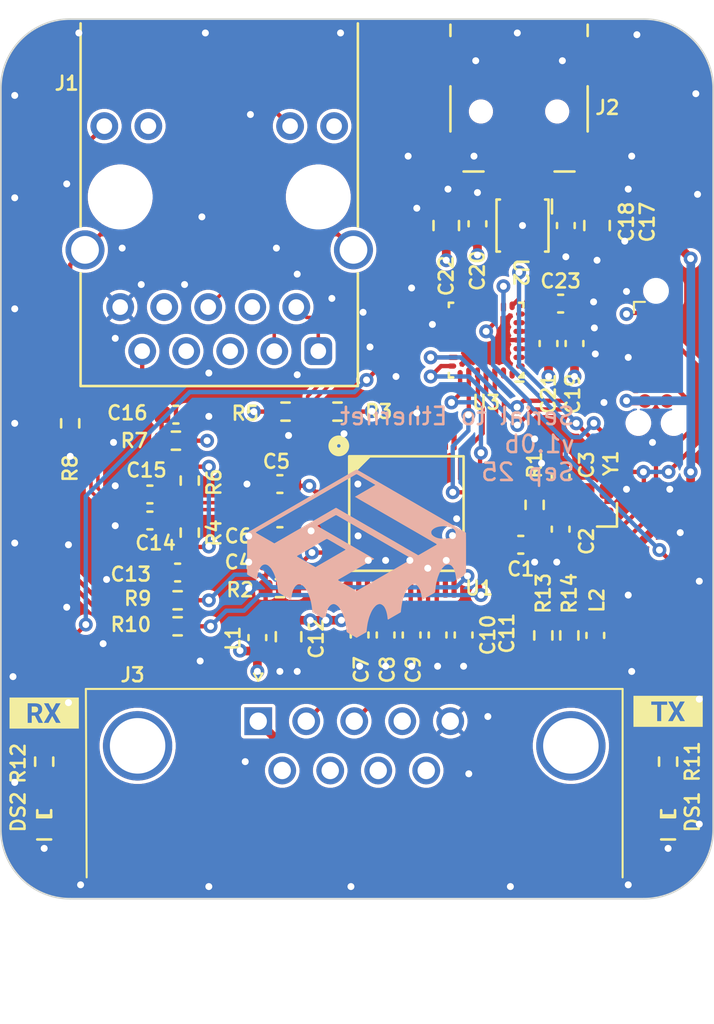
<source format=kicad_pcb>
(kicad_pcb (version 20241229) (generator "pcbnew") (generator_version "9.0")
  (title_block (title "${LAYER_NAME}") (date "2025-09-13") (rev "v1.0b") (company "TL Embedded Ltd"))
  (layers (0 "F.Cu" signal) (4 "In1.Cu" signal) (6 "In2.Cu" signal) (2 "B.Cu" signal) (13 "F.Paste" user) (15 "B.Paste" user) (5 "F.SilkS" user "F.Silkscreen") (7 "B.SilkS" user "B.Silkscreen") (1 "F.Mask" user) (3 "B.Mask" user) (25 "Edge.Cuts" user))
  (property "LAYER_NAME" "")
  (net 0 "")
  (net 1 "+3V3")
  (net 2 "GND")
  (net 3 "Net-(U1-XI{slash}CLKIN)")
  (net 4 "Net-(U1-XO)")
  (net 5 "+3V3A")
  (net 6 "Net-(U1-TOCAP)")
  (net 7 "Net-(U1-1V2O)")
  (net 8 "Net-(C13-Pad1)")
  (net 9 "+5V")
  (net 10 "/Host/NRST")
  (net 11 "Net-(J1-VCC)")
  (net 12 "Net-(DS1-A)")
  (net 13 "Net-(DS2-A)")
  (net 14 "Net-(J1-Shield)")
  (net 17 "/Ethernet/RXA_P")
  (net 18 "Net-(J1-Pad12)")
  (net 19 "Net-(J1-Pad14)")
  (net 24 "Net-(J3-Pad1)")
  (net 25 "Net-(J3-Pad2)")
  (net 26 "Net-(J3-Pad3)")
  (net 32 "/Host/SWDIO")
  (net 33 "/Host/SWCLK")
  (net 35 "/Host/UART_RX")
  (net 37 "/Host/UART_TX")
  (net 39 "/Ethernet/ACTLED")
  (net 40 "/Ethernet/LINKLED")
  (net 41 "/Host/LED_TX")
  (net 42 "/Host/LED_RX")
  (net 43 "Net-(U1-EXRES1)")
  (net 49 "/Ethernet/CS")
  (net 50 "/Ethernet/SCLK")
  (net 51 "/Ethernet/MISO")
  (net 52 "/Ethernet/MOSI")
  (net 53 "/Ethernet/INT")
  (net 54 "/Ethernet/RST")
  (net 78 "/Ethernet/RXB_P")
  (net 82 "/Ethernet/RXA_N")
  (net 83 "/Ethernet/RXB_N")
  (net 84 "/Ethernet/TXA_P")
  (net 85 "/Ethernet/TXA_N")
  (footprint "DS_LED:DS_0603" (layer "F.Cu") (at 88.5 95.8 90)
    (property "Reference" "DS1")
    (property "Value" "LED,YEL" (hide yes))
  )
  (footprint "kibuzzard-63E498DB" (layer "F.Cu") (at 88.5 89.9)
    (property "Reference" "kibuzzard-63E498DB" (hide yes))
    (property "Value" "G***" (hide yes))
  )
  (footprint "C_Capacitor:C_0603" (layer "F.Cu") (at 60.2 81.9 180)
    (property "Reference" "C13")
    (property "Value" "100n" (hide yes))
  )
  (footprint "R_Resistor:R_0603" (layer "F.Cu") (at 69.425 72.625 180)
    (property "Reference" "R3")
    (property "Value" "49R9" (hide yes))
  )
  (footprint "C_Capacitor:C_0603" (layer "F.Cu") (at 77.5 61.8 90)
    (property "Reference" "C20")
    (property "Value" "100n" (hide yes))
  )
  (footprint "C_Capacitor:C_0603" (layer "F.Cu") (at 75.2 85.5 -90)
    (property "Reference" "C10")
    (property "Value" "100n" (hide yes))
  )
  (footprint "C_Capacitor:C_0603" (layer "F.Cu") (at 72.2 85.5 -90)
    (property "Reference" "C8")
    (property "Value" "100n" (hide yes))
  )
  (footprint "R_Resistor:R_0603" (layer "F.Cu") (at 60.2 83.5 180)
    (property "Reference" "R9")
    (property "Value" "330R" (hide yes))
  )
  (footprint "R_Resistor:R_0603" (layer "F.Cu") (at 60.9 79.6 -90)
    (property "Reference" "R4")
    (property "Value" "49R9" (hide yes))
  )
  (footprint "C_Capacitor:C_0603" (layer "F.Cu") (at 66.1 76.8 180)
    (property "Reference" "C5")
    (property "Value" "100n" (hide yes))
  )
  (footprint "J_Connector:7499210121A" (layer "F.Cu") (at 62.6 60.25)
    (property "Reference" "J1")
    (property "Value" "7499111121A" (hide yes))
  )
  (footprint "R_Resistor:R_0603" (layer "F.Cu") (at 88.5 92.8 -90)
    (property "Reference" "R11")
    (property "Value" "330R" (hide yes))
  )
  (footprint "R_Resistor:R_0603" (layer "F.Cu") (at 66.1 82.8 180)
    (property "Reference" "R2")
    (property "Value" "12K4,1%" (hide yes))
  )
  (footprint "R_Resistor:R_0603" (layer "F.Cu") (at 80.8 78 90)
    (property "Reference" "R1")
    (property "Value" "1M" (hide yes))
  )
  (footprint "U_IC:LGA8_3x3_EP_MPM" (layer "F.Cu") (at 80.1 61.9 -90)
    (property "Reference" "U2")
    (property "Value" "MPM3612-33" (hide yes))
  )
  (footprint "C_Capacitor:C_0603" (layer "F.Cu") (at 76.7 85.5 -90)
    (property "Reference" "C11")
    (property "Value" "10n" (hide yes))
  )
  (footprint "C_Capacitor:C_0603" (layer "F.Cu") (at 82.3 66.4)
    (property "Reference" "C23")
    (property "Value" "100n" (hide yes))
  )
  (footprint "Connector_Dsub:DSUB-9_Male_Horizontal_P2.77x2.84mm_EdgePinOffset7.70mm_Housed_MountingHolesOffset9.12mm" (layer "F.Cu") (at 64.85 90.469669)
    (property "Reference" "J3")
    (property "Value" "D09P33E4GX00LF" (hide yes))
  )
  (footprint "C_Capacitor:C_0603" (layer "F.Cu") (at 82.3 79.4 90)
    (property "Reference" "C2")
    (property "Value" "18p" (hide yes))
  )
  (footprint "R_Resistor:R_0603" (layer "F.Cu") (at 60.1 74.3 180)
    (property "Reference" "R7")
    (property "Value" "10R" (hide yes))
  )
  (footprint "C_Capacitor:C_0603" (layer "F.Cu") (at 80 80.3)
    (property "Reference" "C1")
    (property "Value" "100n" (hide yes))
  )
  (footprint "C_Capacitor:C_0805" (layer "F.Cu") (at 75.7 61.9 90)
    (property "Reference" "C22")
    (property "Value" "10u" (hide yes))
  )
  (footprint "R_Resistor:R_0603" (layer "F.Cu") (at 54 73.3 -90)
    (property "Reference" "R8")
    (property "Value" "1M" (hide yes))
  )
  (footprint "Y_Oscillator:Crystal_SMD4_2.0x1.6" (layer "F.Cu") (at 84.4 77.9 90)
    (property "Reference" "Y1")
    (property "Value" "ECS-250-10-37B-CTN-TR" (hide yes))
  )
  (footprint "C_Capacitor:C_0805" (layer "F.Cu") (at 66.6 85.6 -90)
    (property "Reference" "C12")
    (property "Value" "10u" (hide yes))
  )
  (footprint "J_Connector:USB_Mini_SMD_Horizontal" (layer "F.Cu") (at 79.9 55.325 180)
    (property "Reference" "J2")
    (property "Value" "UJ2-MBH-1-SMT-TR" (hide yes))
  )
  (footprint "L_Inductor:FB_0603" (layer "F.Cu") (at 64.8 85.65 90)
    (property "Reference" "L1")
    (property "Value" "600R" (hide yes))
  )
  (footprint "DS_LED:DS_0603" (layer "F.Cu") (at 52.5 95.8 90)
    (property "Reference" "DS2")
    (property "Value" "LED,GRN" (hide yes))
  )
  (footprint "C_Capacitor:C_0603" (layer "F.Cu") (at 58.6 77.4 180)
    (property "Reference" "C15")
    (property "Value" "6n8" (hide yes))
  )
  (footprint "C_Capacitor:C_0603" (layer "F.Cu") (at 83.1 68.7 90)
    (property "Reference" "C19")
    (property "Value" "4u7" (hide yes))
  )
  (footprint "C_Capacitor:C_0603" (layer "F.Cu") (at 58.6 78.9 180)
    (property "Reference" "C14")
    (property "Value" "6n8" (hide yes))
  )
  (footprint "C_Capacitor:C_0603" (layer "F.Cu") (at 60.1 72.8)
    (property "Reference" "C16")
    (property "Value" "100n" (hide yes))
  )
  (footprint "R_Resistor:R_0603" (layer "F.Cu") (at 81.3 85.525 90)
    (property "Reference" "R13")
    (property "Value" "330R" (hide yes))
  )
  (footprint "C_Capacitor:C_0603" (layer "F.Cu") (at 81.6 68.7 90)
    (property "Reference" "C21")
    (property "Value" "100n" (hide yes))
  )
  (footprint "C_Capacitor:C_0603" (layer "F.Cu") (at 66.1 79.8 180)
    (property "Reference" "C6")
    (property "Value" "100n" (hide yes))
  )
  (footprint "C_Capacitor:C_0603" (layer "F.Cu") (at 73.7 85.5 -90)
    (property "Reference" "C9")
    (property "Value" "4u7" (hide yes))
  )
  (footprint "C_Capacitor:C_0603" (layer "F.Cu") (at 66.1 81.3 180)
    (property "Reference" "C4")
    (property "Value" "100n" (hide yes))
  )
  (footprint "R_Resistor:R_0603" (layer "F.Cu") (at 60.2 85)
    (property "Reference" "R10")
    (property "Value" "330R" (hide yes))
  )
  (footprint "L_Inductor:FB_0603" (layer "F.Cu") (at 84.3 85.525 90)
    (property "Reference" "L2")
    (property "Value" "600R" (hide yes))
  )
  (footprint "U_IC:QFN28_05_4x4" (layer "F.Cu") (at 78 68.5 180)
    (property "Reference" "U3")
    (property "Value" "STM32G061GxUx" (hide yes))
  )
  (footprint "C_Capacitor:C_0603" (layer "F.Cu") (at 82.3 76.4 90)
    (property "Reference" "C3")
    (property "Value" "18p" (hide yes))
  )
  (footprint "C_Capacitor:C_0603" (layer "F.Cu") (at 70.7 85.5 -90)
    (property "Reference" "C7")
    (property "Value" "100n" (hide yes))
  )
  (footprint "R_Resistor:R_0603" (layer "F.Cu") (at 52.5 92.8 -90)
    (property "Reference" "R12")
    (property "Value" "330R" (hide yes))
  )
  (footprint "R_Resistor:R_0603" (layer "F.Cu") (at 66.425 72.625)
    (property "Reference" "R5")
    (property "Value" "49R9" (hide yes))
  )
  (footprint "N_NonPart:TagConnect_TC2050_NL" (layer "F.Cu") (at 87.8 69.475 -90)
    (property "Reference" "N1" (hide yes))
    (property "Value" "TC2050_NL_SWD_UART" (hide yes))
  )
  (footprint "R_Resistor:R_0603" (layer "F.Cu") (at 82.8 85.525 90)
    (property "Reference" "R14")
    (property "Value" "330R" (hide yes))
  )
  (footprint "U_IC:LQFP48_05_7x7" (layer "F.Cu") (at 73.4 78.5)
    (property "Reference" "U1")
    (property "Value" "W5500" (hide yes))
  )
  (footprint "R_Resistor:R_0603" (layer "F.Cu") (at 60.9 76.6 90)
    (property "Reference" "R6")
    (property "Value" "49R9" (hide yes))
  )
  (footprint "C_Capacitor:C_0805" (layer "F.Cu") (at 84.4 61.9 -90)
    (property "Reference" "C17")
    (property "Value" "10u" (hide yes))
  )
  (footprint "C_Capacitor:C_0603" (layer "F.Cu") (at 82.6 61.9 -90)
    (property "Reference" "C18")
    (property "Value" "100n" (hide yes))
  )
  (footprint "kibuzzard-63E498D1" (layer "F.Cu") (at 52.5 90)
    (property "Reference" "kibuzzard-63E498D1" (hide yes))
    (property "Value" "G***" (hide yes))
  )
  (footprint "N_NonPart:TL_Embedded_10mm" (layer "B.Cu") (at 70.5 80.8 180)
    (property "Reference" "~" (hide yes))
    (property "Value" "TL_Embedded" (hide yes))
  )
  (gr_arc (start 50 54) (mid 51.171573 51.171573) (end 54 50) (stroke (width 0.1)) (layer "Edge.Cuts"))
  (gr_line (start 54 50) (end 87.1 50) (stroke (width 0.1)) (layer "Edge.Cuts"))
  (gr_line (start 91.1 54) (end 91.1 96.7) (stroke (width 0.1)) (layer "Edge.Cuts"))
  (gr_arc (start 54 100.7) (mid 51.171573 99.528427) (end 50 96.7) (stroke (width 0.1)) (layer "Edge.Cuts"))
  (gr_arc (start 91.1 96.7) (mid 89.928427 99.528427) (end 87.1 100.7) (stroke (width 0.1)) (layer "Edge.Cuts"))
  (gr_line (start 87.1 100.7) (end 54 100.7) (stroke (width 0.1)) (layer "Edge.Cuts"))
  (gr_arc (start 87.1 50) (mid 89.928427 51.171573) (end 91.1 54) (stroke (width 0.1)) (layer "Edge.Cuts"))
  (gr_line (start 50 96.7) (end 50 54) (stroke (width 0.1)) (layer "Edge.Cuts"))
  (gr_text "Serial to Ethernet\nv1.0b\nSep 25" (at 83.2 74.5 0) (layer "B.SilkS") (effects (font (size 1 1)) (justify left mirror)))
  (segment (start 78.675 79.75) (end 79.225 80.3) (width 0.25) (layer "F.Cu") (net 1))
  (segment (start 77.5 62.575) (end 77.5 63.6) (width 0.5) (layer "F.Cu") (net 1))
  (segment (start 79.9 69) (end 81.125 69) (width 0.25) (layer "F.Cu") (net 1))
  (segment (start 77.65 79.75) (end 78.675 79.75) (width 0.25) (layer "F.Cu") (net 1))
  (segment (start 81.125 69) (end 81.6 69.475) (width 0.25) (layer "F.Cu") (net 1))
  (segment (start 83.1 69.475) (end 83.1 70.6) (width 0.5) (layer "F.Cu") (net 1))
  (segment (start 75.7 62.85) (end 77.225 62.85) (width 0.5) (layer "F.Cu") (net 1))
  (segment (start 77.225 62.85) (end 77.5 62.575) (width 0.25) (layer "F.Cu") (net 1))
  (segment (start 78.990317 60.7875) (end 78.5 61.277817) (width 0.25) (layer "F.Cu") (net 1))
  (segment (start 86.165 66.935) (end 86.1 67) (width 0.25) (layer "F.Cu") (net 1))
  (segment (start 75.7 62.85) (end 75.7 63.9) (width 0.5) (layer "F.Cu") (net 1))
  (segment (start 79.125 60.7875) (end 78.990317 60.7875) (width 0.25) (layer "F.Cu") (net 1))
  (segment (start 78.5 61.277817) (end 78.5 62.6) (width 0.25) (layer "F.Cu") (net 1))
  (segment (start 64.8 86.425) (end 64.8 87.6) (width 0.5) (layer "F.Cu") (net 1))
  (segment (start 76.057585 79.769659) (end 76.077244 79.75) (width 0.25) (layer "F.Cu") (net 1))
  (segment (start 78.475 62.575) (end 78.9125 63.0125) (width 0.25) (layer "F.Cu") (net 1))
  (segment (start 81.6 69.475) (end 83.1 69.475) (width 0.5) (layer "F.Cu") (net 1))
  (segment (start 79.775 63.0125) (end 79.125 63.0125) (width 0.25) (layer "F.Cu") (net 1))
  (segment (start 77.5 62.575) (end 78.475 62.575) (width 0.5) (layer "F.Cu") (net 1))
  (segment (start 64.8 86.425) (end 63.825 86.425) (width 0.5) (layer "F.Cu") (net 1))
  (segment (start 76.077244 79.75) (end 77.65 79.75) (width 0.25) (layer "F.Cu") (net 1))
  (segment (start 81.6 69.475) (end 81.6 70.6) (width 0.5) (layer "F.Cu") (net 1))
  (segment (start 78.9125 63.0125) (end 79.125 63.0125) (width 0.25) (layer "F.Cu") (net 1))
  (segment (start 63.825 86.425) (end 63.8 86.4) (width 0.5) (layer "F.Cu") (net 1))
  (segment (start 87.165 66.935) (end 86.165 66.935) (width 0.25) (layer "F.Cu") (net 1))
  (via (at 64.8 87.6) (size 0.8) (drill 0.4) (layers "F.Cu" "B.Cu") (net 1))
  (via (at 63.8 86.4) (size 0.8) (drill 0.4) (layers "F.Cu" "B.Cu") (net 1))
  (via (at 86.1 67) (size 0.8) (drill 0.4) (layers "F.Cu" "B.Cu") (net 1))
  (via (at 76.057585 79.769659) (size 0.8) (drill 0.4) (layers "F.Cu" "B.Cu") (net 1))
  (via (at 81.6 70.6) (size 0.8) (drill 0.4) (layers "F.Cu" "B.Cu") (net 1))
  (via (at 75.7 63.9) (size 0.8) (drill 0.4) (layers "F.Cu" "B.Cu") (net 1))
  (via (at 77.5 63.6) (size 0.8) (drill 0.4) (layers "F.Cu" "B.Cu") (net 1))
  (via (at 83.1 70.6) (size 0.8) (drill 0.4) (layers "F.Cu" "B.Cu") (net 1))
  (segment (start 79.775 61.575) (end 80.1 61.9) (width 0.25) (layer "F.Cu") (net 2))
  (segment (start 79.775 60.7875) (end 79.775 61.575) (width 0.25) (layer "F.Cu") (net 2))
  (via (at 70.7 87.3) (size 0.8) (drill 0.4) (layers "F.Cu" "B.Cu") (net 2))
  (via (at 56.5 74.4) (size 0.8) (drill 0.4) (layers "F.Cu" "B.Cu") (net 2))
  (via (at 80.8 81.3) (size 0.8) (drill 0.4) (layers "F.Cu" "B.Cu") (net 2))
  (via (at 56.6 79.2) (size 0.8) (drill 0.4) (layers "F.Cu" "B.Cu") (net 2))
  (via (at 53.9 80.3) (size 0.8) (drill 0.4) (layers "F.Cu" "B.Cu") (net 2))
  (via (at 54.6 99.9) (size 0.8) (drill 0.4) (layers "F.Cu" "B.Cu") (net 2))
  (via (at 77.4 52.4) (size 0.8) (drill 0.4) (layers "F.Cu" "B.Cu") (net 2))
  (via (at 89.2 79.6) (size 0.8) (drill 0.4) (layers "F.Cu" "B.Cu") (net 2))
  (via (at 76.7 87.3) (size 0.8) (drill 0.4) (layers "F.Cu" "B.Cu") (net 2))
  (via (at 50.8 94) (size 0.8) (drill 0.4) (layers "F.Cu" "B.Cu") (net 2))
  (via (at 50.8 73.3) (size 0.8) (drill 0.4) (layers "F.Cu" "B.Cu") (net 2))
  (via (at 77.5 60) (size 0.8) (drill 0.4) (layers "F.Cu" "B.Cu") (net 2))
  (via (at 86.2 83.2) (size 0.8) (drill 0.4) (layers "F.Cu" "B.Cu") (net 2))
  (via (at 50.8 66.7) (size 0.8) (drill 0.4) (layers "F.Cu" "B.Cu") (net 2))
  (via (at 70.612299 79.787701) (size 0.8) (drill 0.4) (layers "F.Cu" "B.Cu") (net 2))
  (via (at 77 93.5) (size 0.8) (drill 0.4) (layers "F.Cu" "B.Cu") (net 2))
  (via (at 88.5 97.8) (size 0.8) (drill 0.4) (layers "F.Cu" "B.Cu") (net 2))
  (via (at 65.9 63.2) (size 0.8) (drill 0.4) (layers "F.Cu" "B.Cu") (net 2))
  (via (at 86.7 50.9) (size 0.8) (drill 0.4) (layers "F.Cu" "B.Cu") (net 2))
  (via (at 76.3 78.8) (size 0.8) (drill 0.4) (layers "F.Cu" "B.Cu") (net 2))
  (via (at 80.1 61.9) (size 0.8) (drill 0.4) (layers "F.Cu" "B.Cu") (net 2))
  (via (at 84.4 63.9) (size 0.8) (drill 0.4) (layers "F.Cu" "B.Cu") (net 2))
  (via (at 90.1 54.3) (size 0.8) (drill 0.4) (layers "F.Cu" "B.Cu") (net 2))
  (via (at 61.6 61.4) (size 0.8) (drill 0.4) (layers "F.Cu" "B.Cu") (net 2))
  (via (at 72.8 70.6) (size 0.8) (drill 0.4) (layers "F.Cu" "B.Cu") (net 2))
  (via (at 50.7 87.9) (size 0.8) (drill 0.4) (layers "F.Cu" "B.Cu") (net 2))
  (via (at 56.1 82.3) (size 0.8) (drill 0.4) (layers "F.Cu" "B.Cu") (net 2))
  (via (at 90.2 60.1) (size 0.8) (drill 0.4) (layers "F.Cu" "B.Cu") (net 2))
  (via (at 78.1 90.2) (size 0.8) (drill 0.4) (layers "F.Cu" "B.Cu") (net 2))
  (via (at 70.9 66.9) (size 0.8) (drill 0.4) (layers "F.Cu" "B.Cu") (net 2))
  (via (at 84.3 69.3) (size 0.8) (drill 0.4) (layers "F.Cu" "B.Cu") (net 2))
  (via (at 54 75.2) (size 0.8) (drill 0.4) (layers "F.Cu" "B.Cu") (net 2))
  (via (at 73.6 81.2) (size 0.8) (drill 0.4) (layers "F.Cu" "B.Cu") (net 2))
  (via (at 84.2 66.3) (size 0.8) (drill 0.4) (layers "F.Cu" "B.Cu") (net 2))
  (via (at 64.3 82.8) (size 0.8) (drill 0.4) (layers "F.Cu" "B.Cu") (net 2))
  (via (at 86 62.8) (size 0.8) (drill 0.4) (layers "F.Cu" "B.Cu") (net 2))
  (via (at 73.7 87.3) (size 0.8) (drill 0.4) (layers "F.Cu" "B.Cu") (net 2))
  (via (at 70.6 76.8) (size 0.8) (drill 0.4) (layers "F.Cu" "B.Cu") (net 2))
  (via (at 74 60.9) (size 0.8) (drill 0.4) (layers "F.Cu" "B.Cu") (net 2))
  (via (at 54.5 50.8) (size 0.8) (drill 0.4) (layers "F.Cu" "B.Cu") (net 2))
  (via (at 79.4 100) (size 0.8) (drill 0.4) (layers "F.Cu" "B.Cu") (net 2))
  (via (at 88.6 77.1) (size 0.8) (drill 0.4) (layers "F.Cu" "B.Cu") (net 2))
  (via (at 75.8 59.8) (size 0.8) (drill 0.4) (layers "F.Cu" "B.Cu") (net 2))
  (via (at 77.3 57.9) (size 0.8) (drill 0.4) (layers "F.Cu" "B.Cu") (net 2))
  (via (at 62 72.9) (size 0.8) (drill 0.4) (layers "F.Cu" "B.Cu") (net 2))
  (via (at 55.9 86) (size 0.8) (drill 0.4) (layers "F.Cu" "B.Cu") (net 2))
  (via (at 64.4 55.5) (size 0.8) (drill 0.4) (layers "F.Cu" "B.Cu") (net 2))
  (via (at 64.2 76.8) (size 0.8) (drill 0.4) (layers "F.Cu" "B.Cu") (net 2))
  (via (at 69.8 73.9) (size 0.8) (drill 0.4) (layers "F.Cu" "B.Cu") (net 2))
  (via (at 50.8 80.2) (size 0.8) (drill 0.4) (layers "F.Cu" "B.Cu") (net 2))
  (via (at 69.6 50.8) (size 0.8) (drill 0.4) (layers "F.Cu" "B.Cu") (net 2))
  (via (at 87.6 74.4) (size 0.8) (drill 0.4) (layers "F.Cu" "B.Cu") (net 2))
  (via (at 67.1 64.7) (size 0.8) (drill 0.4) (layers "F.Cu" "B.Cu") (net 2))
  (via (at 71.3 68.9) (size 0.8) (drill 0.4) (layers "F.Cu" "B.Cu") (net 2))
  (via (at 64.3 79.8) (size 0.8) (drill 0.4) (layers "F.Cu" "B.Cu") (net 2))
  (via (at 53.8 83.9) (size 0.8) (drill 0.4) (layers "F.Cu" "B.Cu") (net 2))
  (via (at 71.2 81.2) (size 0.8) (drill 0.4) (layers "F.Cu" "B.Cu") (net 2))
  (via (at 62 100) (size 0.8) (drill 0.4) (layers "F.Cu" "B.Cu") (net 2))
  (via (at 86.4 57.9) (size 0.8) (drill 0.4) (layers "F.Cu" "B.Cu") (net 2))
  (via (at 62 70.4) (size 0.8) (drill 0.4) (layers "F.Cu" "B.Cu") (net 2))
  (via (at 56.6 76.9) (size 0.8) (drill 0.4) (layers "F.Cu" "B.Cu") (net 2))
  (via (at 66.1 87.6) (size 0.8) (drill 0.4) (layers "F.Cu" "B.Cu") (net 2))
  (via (at 50.8 54.4) (size 0.8) (drill 0.4) (layers "F.Cu" "B.Cu") (net 2))
  (via (at 52.5 97.8) (size 0.8) (drill 0.4) (layers "F.Cu" "B.Cu") (net 2))
  (via (at 57 63.2) (size 0.8) (drill 0.4) (layers "F.Cu" "B.Cu") (net 2))
  (via (at 61.5 87) (size 0.8) (drill 0.4) (layers "F.Cu" "B.Cu") (net 2))
  (via (at 90.3 96.4) (size 0.8) (drill 0.4) (layers "F.Cu" "B.Cu") (net 2))
  (via (at 90.3 82.4) (size 0.8) (drill 0.4) (layers "F.Cu" "B.Cu") (net 2))
  (via (at 84.246107 67.8005) (size 0.8) (drill 0.4) (layers "F.Cu" "B.Cu") (net 2))
  (via (at 82.6 63.7) (size 0.8) (drill 0.4) (layers "F.Cu" "B.Cu") (net 2))
  (via (at 90.3 89.2) (size 0.8) (drill 0.4) (layers "F.Cu" "B.Cu") (net 2))
  (via (at 82.4 52.4) (size 0.8) (drill 0.4) (layers "F.Cu" "B.Cu") (net 2))
  (via (at 75.7 81.2) (size 0.8) (drill 0.4) (layers "F.Cu" "B.Cu") (net 2))
  (via (at 74 72.7) (size 0.8) (drill 0.4) (layers "F.Cu" "B.Cu") (net 2))
  (via (at 67.1 87.6) (size 0.8) (drill 0.4) (layers "F.Cu" "B.Cu") (net 2))
  (via (at 86.4 87.6) (size 0.8) (drill 0.4) (layers "F.Cu" "B.Cu") (net 2))
  (via (at 60.6 65.3) (size 0.8) (drill 0.4) (layers "F.Cu" "B.Cu") (net 2))
  (via (at 56.6 68.4) (size 0.8) (drill 0.4) (layers "F.Cu" "B.Cu") (net 2))
  (via (at 86.2 99.9) (size 0.8) (drill 0.4) (layers "F.Cu" "B.Cu") (net 2))
  (via (at 86.1 65.7) (size 0.8) (drill 0.4) (layers "F.Cu" "B.Cu") (net 2))
  (via (at 81.2 75.6) (size 0.8) (drill 0.4) (layers "F.Cu" "B.Cu") (net 2))
  (via (at 86.1 77.1) (size 0.8) (drill 0.4) (layers "F.Cu" "B.Cu") (net 2))
  (via (at 70.2 100) (size 0.8) (drill 0.4) (layers "F.Cu" "B.Cu") (net 2))
  (via (at 61.8 50.8) (size 0.8) (drill 0.4) (layers "F.Cu" "B.Cu") (net 2))
  (via (at 73.5 57.9) (size 0.8) (drill 0.4) (layers "F.Cu" "B.Cu") (net 2))
  (via (at 72.2 87.3) (size 0.8) (drill 0.4) (layers "F.Cu" "B.Cu") (net 2))
  (via (at 74.9 67.6) (size 0.8) (drill 0.4) (layers "F.Cu" "B.Cu") (net 2))
  (via (at 86.2 69.5) (size 0.8) (drill 0.4) (layers "F.Cu" "B.Cu") (net 2))
  (via (at 66.6 74) (size 0.8) (drill 0.4) (layers "F.Cu" "B.Cu") (net 2))
  (via (at 75.2 87.3) (size 0.8) (drill 0.4) (layers "F.Cu" "B.Cu") (net 2))
  (via (at 86.2 59.8) (size 0.8) (drill 0.4) (layers "F.Cu" "B.Cu") (net 2))
  (via (at 58.1 65.3) (size 0.8) (drill 0.4) (layers "F.Cu" "B.Cu") (net 2))
  (via (at 73.7 65.5) (size 0.8) (drill 0.4) (layers "F.Cu" "B.Cu") (net 2))
  (via (at 69.1 66.1) (size 0.8) (drill 0.4) (layers "F.Cu" "B.Cu") (net 2))
  (via (at 53.9 89.4) (size 0.8) (drill 0.4) (layers "F.Cu" "B.Cu") (net 2))
  (via (at 79.8 50.8) (size 0.8) (drill 0.4) (layers "F.Cu" "B.Cu") (net 2))
  (via (at 80.8 74.2) (size 0.8) (drill 0.4) (layers "F.Cu" "B.Cu") (net 2))
  (via (at 72.2 81.2) (size 0.8) (drill 0.4) (layers "F.Cu" "B.Cu") (net 2))
  (via (at 64.3 81.3) (size 0.8) (drill 0.4) (layers "F.Cu" "B.Cu") (net 2))
  (via (at 67.1 70.5) (size 0.8) (drill 0.4) (layers "F.Cu" "B.Cu") (net 2))
  (via (at 53.8 59.5) (size 0.8) (drill 0.4) (layers "F.Cu" "B.Cu") (net 2))
  (via (at 82.0755 81.3) (size 0.8) (drill 0.4) (layers "F.Cu" "B.Cu") (net 2))
  (via (at 64.1 92.8) (size 0.8) (drill 0.4) (layers "F.Cu" "B.Cu") (net 2))
  (via (at 84.8 72.1) (size 0.8) (drill 0.4) (layers "F.Cu" "B.Cu") (net 2))
  (via (at 50.8 60.3) (size 0.8) (drill 0.4) (layers "F.Cu" "B.Cu") (net 2))
  (segment (start 84.95 78.9) (end 84.95 78.6) (width 0.25) (layer "F.Cu") (net 3))
  (segment (start 77.65 78.75) (end 80.725 78.75) (width 0.25) (layer "F.Cu") (net 3))
  (segment (start 82.3 78.625) (end 82.3 78.7) (width 0.25) (layer "F.Cu") (net 3))
  (segment (start 82.3 78.7) (end 82.975 79.375) (width 0.25) (layer "F.Cu") (net 3))
  (segment (start 80.725 78.75) (end 80.8 78.825) (width 0.25) (layer "F.Cu") (net 3))
  (segment (start 82.1 78.825) (end 82.3 78.625) (width 0.25) (layer "F.Cu") (net 3))
  (segment (start 84.475 79.375) (end 84.95 78.9) (width 0.25) (layer "F.Cu") (net 3))
  (segment (start 80.8 78.825) (end 82.1 78.825) (width 0.25) (layer "F.Cu") (net 3))
  (segment (start 82.975 79.375) (end 84.475 79.375) (width 0.25) (layer "F.Cu") (net 3))
  (segment (start 79.725 78.25) (end 80.8 77.175) (width 0.25) (layer "F.Cu") (net 4))
  (segment (start 83.825 77.175) (end 83.85 77.2) (width 0.25) (layer "F.Cu") (net 4))
  (segment (start 77.65 78.25) (end 79.725 78.25) (width 0.25) (layer "F.Cu") (net 4))
  (segment (start 82.3 77.175) (end 83.825 77.175) (width 0.25) (layer "F.Cu") (net 4))
  (segment (start 82.3 77.175) (end 80.8 77.175) (width 0.25) (layer "F.Cu") (net 4))
  (segment (start 70.7 84.5) (end 71.65 83.55) (width 0.25) (layer "F.Cu") (net 5))
  (segment (start 67.6 79.8) (end 67.9 79.5) (width 0.25) (layer "F.Cu") (net 5))
  (segment (start 71.65 83.55) (end 71.65 82.75) (width 0.25) (layer "F.Cu") (net 5))
  (segment (start 67.4 81.3) (end 67.95 80.75) (width 0.25) (layer "F.Cu") (net 5))
  (segment (start 75.2 84.725) (end 75.2 84.7) (width 0.25) (layer "F.Cu") (net 5))
  (segment (start 66.975 76.9) (end 67.8 76.9) (width 0.25) (layer "F.Cu") (net 5))
  (segment (start 74.65 84.15) (end 74.65 82.75) (width 0.25) (layer "F.Cu") (net 5))
  (segment (start 66.875 76.8) (end 66.975 76.9) (width 0.25) (layer "F.Cu") (net 5))
  (segment (start 72.2 84.1) (end 72.65 83.65) (width 0.25) (layer "F.Cu") (net 5))
  (segment (start 66.875 79.8) (end 67.6 79.8) (width 0.25) (layer "F.Cu") (net 5))
  (segment (start 68.75 84.65) (end 72.125 84.65) (width 0.5) (layer "F.Cu") (net 5))
  (segment (start 66.6 84.65) (end 68.75 84.65) (width 0.5) (layer "F.Cu") (net 5))
  (segment (start 60.925 74.3) (end 61.9 74.3) (width 0.25) (layer "F.Cu") (net 5))
  (segment (start 72.65 83.65) (end 72.65 82.75) (width 0.25) (layer "F.Cu") (net 5))
  (segment (start 74.65 82.75) (end 74.65 81.66864) (width 0.25) (layer "F.Cu") (net 5))
  (segment (start 70.25 72.625) (end 71.375 72.625) (width 0.25) (layer "F.Cu") (net 5))
  (segment (start 75.2 84.7) (end 74.65 84.15) (width 0.25) (layer "F.Cu") (net 5))
  (segment (start 64.8 84.875) (end 66.375 84.875) (width 0.5) (layer "F.Cu") (net 5))
  (segment (start 71.375 72.625) (end 71.4 72.6) (width 0.25) (layer "F.Cu") (net 5))
  (segment (start 68.15 79.25) (end 69.15 79.25) (width 0.25) (layer "F.Cu") (net 5))
  (segment (start 72.125 84.65) (end 72.2 84.725) (width 0.3) (layer "F.Cu") (net 5))
  (segment (start 66.875 81.3) (end 67.4 81.3) (width 0.25) (layer "F.Cu") (net 5))
  (segment (start 67.8 76.9) (end 68.15 77.25) (width 0.25) (layer "F.Cu") (net 5))
  (segment (start 72.2 84.725) (end 72.2 84.1) (width 0.25) (layer "F.Cu") (net 5))
  (segment (start 74.65 81.66864) (end 74.632544 81.651184) (width 0.25) (layer "F.Cu") (net 5))
  (segment (start 65.6 72.625) (end 64.6 72.625) (width 0.25) (layer "F.Cu") (net 5))
  (segment (start 67.95 80.75) (end 69.15 80.75) (width 0.25) (layer "F.Cu") (net 5))
  (segment (start 67.9 79.5) (end 68.15 79.25) (width 0.25) (layer "F.Cu") (net 5))
  (segment (start 70.7 84.725) (end 70.7 84.5) (width 0.25) (layer "F.Cu") (net 5))
  (segment (start 68.15 77.25) (end 69.15 77.25) (width 0.25) (layer "F.Cu") (net 5))
  (segment (start 66.375 84.875) (end 66.6 84.65) (width 0.3) (layer "F.Cu") (net 5))
  (via (at 74.632544 81.651184) (size 0.8) (drill 0.4) (layers "F.Cu" "B.Cu") (net 5))
  (via (at 67.8 76.9) (size 0.8) (drill 0.4) (layers "F.Cu" "B.Cu") (net 5))
  (via (at 69.65 84.65) (size 0.8) (drill 0.4) (layers "F.Cu" "B.Cu") (net 5))
  (via (at 61.9 74.3) (size 0.8) (drill 0.4) (layers "F.Cu" "B.Cu") (net 5))
  (via (at 68.75 84.65) (size 0.8) (drill 0.4) (layers "F.Cu" "B.Cu") (net 5))
  (via (at 67.85 84.65) (size 0.8) (drill 0.4) (layers "F.Cu" "B.Cu") (net 5))
  (via (at 64.6 72.625) (size 0.8) (drill 0.4) (layers "F.Cu" "B.Cu") (net 5))
  (via (at 67.9 79.5) (size 0.8) (drill 0.4) (layers "F.Cu" "B.Cu") (net 5))
  (via (at 71.4 72.6) (size 0.8) (drill 0.4) (layers "F.Cu" "B.Cu") (net 5))
  (via (at 67.95 80.75) (size 0.8) (drill 0.4) (layers "F.Cu" "B.Cu") (net 5))
  (segment (start 73.7 84.725) (end 74.175 84.25) (width 0.25) (layer "F.Cu") (net 6))
  (segment (start 74.175 84.25) (end 74.175 83.025) (width 0.25) (layer "F.Cu") (net 6))
  (segment (start 75.45 83.95) (end 75.15 83.65) (width 0.25) (layer "F.Cu") (net 7))
  (segment (start 76.05 83.95) (end 75.45 83.95) (width 0.25) (layer "F.Cu") (net 7))
  (segment (start 76.7 84.725) (end 76.7 84.6) (width 0.25) (layer "F.Cu") (net 7))
  (segment (start 75.15 83.65) (end 75.15 82.75) (width 0.25) (layer "F.Cu") (net 7))
  (segment (start 76.7 84.6) (end 76.05 83.95) (width 0.25) (layer "F.Cu") (net 7))
  (segment (start 62 75.8) (end 60.925 75.8) (width 0.25) (layer "F.Cu") (net 8))
  (segment (start 60.975 80.5) (end 60.9 80.425) (width 0.25) (layer "F.Cu") (net 8))
  (segment (start 60.9 80.425) (end 61.975 80.425) (width 0.25) (layer "F.Cu") (net 8))
  (segment (start 61.975 80.425) (end 62 80.4) (width 0.25) (layer "F.Cu") (net 8))
  (segment (start 60.975 81.9) (end 60.975 80.5) (width 0.25) (layer "F.Cu") (net 8))
  (segment (start 60.925 75.8) (end 60.9 75.775) (width 0.25) (layer "F.Cu") (net 8))
  (via (at 62 80.4) (size 0.8) (drill 0.4) (layers "F.Cu" "B.Cu") (net 8))
  (via (at 62 75.8) (size 0.8) (drill 0.4) (layers "F.Cu" "B.Cu") (net 8))
  (segment (start 62 80.4) (end 62 75.8) (width 0.25) (layer "B.Cu") (net 8))
  (segment (start 89.8 63.8) (end 86.95 60.95) (width 0.5) (layer "F.Cu") (net 9))
  (segment (start 87.165 72.015) (end 86.115 72.015) (width 0.5) (layer "F.Cu") (net 9))
  (segment (start 86.9 60.95) (end 84.4 60.95) (width 0.5) (layer "F.Cu") (net 9))
  (segment (start 84.225 61.125) (end 84.4 60.95) (width 0.25) (layer "F.Cu") (net 9))
  (segment (start 82.6 60.2) (end 82.6 61.125) (width 0.5) (layer "F.Cu") (net 9))
  (segment (start 89.8 77.3) (end 89.8 76.1) (width 0.5) (layer "F.Cu") (net 9))
  (segment (start 86.115 72.015) (end 86.1 72) (width 0.5) (layer "F.Cu") (net 9))
  (segment (start 82.575 61.1) (end 82.6 61.125) (width 0.25) (layer "F.Cu") (net 9))
  (segment (start 84.3 82.8) (end 89.5 77.6) (width 0.5) (layer "F.Cu") (net 9))
  (segment (start 82.6 61.125) (end 84.225 61.125) (width 0.5) (layer "F.Cu") (net 9))
  (segment (start 89.5 77.6) (end 89.8 77.3) (width 0.5) (layer "F.Cu") (net 9))
  (segment (start 81.3875 61.1) (end 82.575 61.1) (width 0.25) (layer "F.Cu") (net 9))
  (segment (start 84.3 82.9) (end 84.3 82.8) (width 0.5) (layer "F.Cu") (net 9))
  (segment (start 81.5 59) (end 82.6 60.1) (width 0.5) (layer "F.Cu") (net 9))
  (segment (start 81.075 60.7875) (end 81.3875 61.1) (width 0.25) (layer "F.Cu") (net 9))
  (segment (start 80.425 60.7875) (end 81.075 60.7875) (width 0.25) (layer "F.Cu") (net 9))
  (segment (start 81.5 57.925) (end 81.5 59) (width 0.25) (layer "F.Cu") (net 9))
  (segment (start 84.3 84.75) (end 84.3 82.9) (width 0.5) (layer "F.Cu") (net 9))
  (via (at 89.8 63.8) (size 0.8) (drill 0.4) (layers "F.Cu" "B.Cu") (net 9))
  (via (at 89.8 76.1) (size 0.8) (drill 0.4) (layers "F.Cu" "B.Cu") (net 9))
  (via (at 86.1 72) (size 0.8) (drill 0.4) (layers "F.Cu" "B.Cu") (net 9))
  (segment (start 86.1 72) (end 89.722602 72) (width 0.5) (layer "B.Cu") (net 9))
  (segment (start 89.811301 72.088699) (end 89.811301 63.811301) (width 0.5) (layer "B.Cu") (net 9))
  (segment (start 89.811301 76.088699) (end 89.811301 72.088699) (width 0.5) (layer "B.Cu") (net 9))
  (segment (start 89.8 76.1) (end 89.811301 76.088699) (width 0.5) (layer "B.Cu") (net 9))
  (segment (start 89.811301 63.811301) (end 89.8 63.8) (width 0.5) (layer "B.Cu") (net 9))
  (segment (start 89.722602 72) (end 89.811301 72.088699) (width 0.5) (layer "B.Cu") (net 9))
  (segment (start 89.1 65.3) (end 88.425 64.625) (width 0.25) (layer "F.Cu") (net 10))
  (segment (start 79.9 68) (end 80.246751 68) (width 0.25) (layer "F.Cu") (net 10))
  (segment (start 89.1 66.27) (end 89.1 65.3) (width 0.25) (layer "F.Cu") (net 10))
  (segment (start 88.435 66.935) (end 89.1 66.27) (width 0.25) (layer "F.Cu") (net 10))
  (segment (start 81.525 66.721751) (end 81.525 66.4) (width 0.25) (layer "F.Cu") (net 10))
  (segment (start 80.246751 68) (end 81.525 66.721751) (width 0.25) (layer "F.Cu") (net 10))
  (segment (start 81.525 65.475) (end 81.525 66.4) (width 0.25) (layer "F.Cu") (net 10))
  (segment (start 88.425 64.625) (end 82.375 64.625) (width 0.25) (layer "F.Cu") (net 10))
  (segment (start 82.375 64.625) (end 81.525 65.475) (width 0.25) (layer "F.Cu") (net 10))
  (segment (start 59.275 74.3) (end 59.275 72.85) (width 0.25) (layer "F.Cu") (net 11))
  (segment (start 59.325 72.8) (end 58.155 71.63) (width 0.25) (layer "F.Cu") (net 11))
  (segment (start 58.155 71.63) (end 58.155 69.14) (width 0.25) (layer "F.Cu") (net 11))
  (segment (start 59.275 72.85) (end 59.325 72.8) (width 0.25) (layer "F.Cu") (net 11))
  (segment (start 88.5 95.0125) (end 88.5 93.625) (width 0.25) (layer "F.Cu") (net 12))
  (segment (start 52.5 95.0125) (end 52.5 93.625) (width 0.25) (layer "F.Cu") (net 13))
  (segment (start 55.755 62.4) (end 69.445 62.4) (width 0.25) (layer "F.Cu") (net 14))
  (segment (start 54.855 63.3) (end 55.755 62.4) (width 0.25) (layer "F.Cu") (net 14))
  (segment (start 54 64.155) (end 54.855 63.3) (width 0.25) (layer "F.Cu") (net 14))
  (segment (start 69.445 62.4) (end 70.345 63.3) (width 0.25) (layer "F.Cu") (net 14))
  (segment (start 54 72.475) (end 54 64.155) (width 0.25) (layer "F.Cu") (net 14))
  (segment (start 69.124999 78.275001) (end 61.399999 78.275001) (width 0.2) (layer "F.Cu") (net 17))
  (segment (start 60.9 78.775) (end 59.5 78.775) (width 0.2) (layer "F.Cu") (net 17))
  (segment (start 69.15 78.25) (end 69.124999 78.275001) (width 0.2) (layer "F.Cu") (net 17))
  (segment (start 61.399999 78.275001) (end 60.8 78.875) (width 0.2) (layer "F.Cu") (net 17))
  (segment (start 59.5 78.775) (end 59.375 78.9) (width 0.2) (layer "F.Cu") (net 17))
  (segment (start 56.5 85) (end 52.5 81) (width 0.25) (layer "F.Cu") (net 18))
  (segment (start 52.5 81) (end 52.5 57.3) (width 0.25) (layer "F.Cu") (net 18))
  (segment (start 55.4 54.4) (end 64.92 54.4) (width 0.25) (layer "F.Cu") (net 18))
  (segment (start 59.375 85) (end 56.5 85) (width 0.25) (layer "F.Cu") (net 18))
  (segment (start 64.92 54.4) (end 66.69 56.17) (width 0.25) (layer "F.Cu") (net 18))
  (segment (start 52.5 57.3) (end 55.4 54.4) (width 0.25) (layer "F.Cu") (net 18))
  (segment (start 52.95 59.19) (end 55.97 56.17) (width 0.25) (layer "F.Cu") (net 19))
  (segment (start 52.95 80.813604) (end 52.95 59.19) (width 0.25) (layer "F.Cu") (net 19))
  (segment (start 59.375 83.5) (end 55.636396 83.5) (width 0.25) (layer "F.Cu") (net 19))
  (segment (start 55.636396 83.5) (end 52.95 80.813604) (width 0.25) (layer "F.Cu") (net 19))
  (segment (start 78.6 92) (end 84.3 86.3) (width 0.5) (layer "F.Cu") (net 24))
  (segment (start 64.85 90.469669) (end 66.380331 92) (width 0.5) (layer "F.Cu") (net 24))
  (segment (start 66.380331 92) (end 78.6 92) (width 0.5) (layer "F.Cu") (net 24))
  (segment (start 67.62 90.469669) (end 69.689669 88.4) (width 0.25) (layer "F.Cu") (net 25))
  (segment (start 79.25 88.4) (end 81.3 86.35) (width 0.25) (layer "F.Cu") (net 25))
  (segment (start 69.689669 88.4) (end 79.25 88.4) (width 0.25) (layer "F.Cu") (net 25))
  (segment (start 72.009669 88.85) (end 80.3 88.85) (width 0.25) (layer "F.Cu") (net 26))
  (segment (start 70.39 90.469669) (end 72.009669 88.85) (width 0.25) (layer "F.Cu") (net 26))
  (segment (start 80.3 88.85) (end 82.8 86.35) (width 0.25) (layer "F.Cu") (net 26))
  (segment (start 80.151274 72) (end 82.725305 72) (width 0.25) (layer "F.Cu") (net 32))
  (segment (start 85.2 69) (end 85.995 68.205) (width 0.25) (layer "F.Cu") (net 32))
  (segment (start 76.1 69.5) (end 74.8 69.5) (width 0.25) (layer "F.Cu") (net 32))
  (segment (start 79.787936 72.363338) (end 80.151274 72) (width 0.25) (layer "F.Cu") (net 32))
  (segment (start 85.2 69.525305) (end 85.2 69) (width 0.25) (layer "F.Cu") (net 32))
  (segment (start 85.995 68.205) (end 87.165 68.205) (width 0.25) (layer "F.Cu") (net 32))
  (segment (start 82.725305 72) (end 85.2 69.525305) (width 0.25) (layer "F.Cu") (net 32))
  (via (at 79.787936 72.363338) (size 0.8) (drill 0.4) (layers "F.Cu" "B.Cu") (net 32))
  (via (at 74.8 69.5) (size 0.8) (drill 0.4) (layers "F.Cu" "B.Cu") (net 32))
  (segment (start 79.399734 72.363338) (end 76.536396 69.5) (width 0.25) (layer "B.Cu") (net 32))
  (segment (start 79.787936 72.363338) (end 79.399734 72.363338) (width 0.25) (layer "B.Cu") (net 32))
  (segment (start 76.536396 69.5) (end 74.8 69.5) (width 0.25) (layer "B.Cu") (net 32))
  (segment (start 84.755 70.745) (end 87.165 70.745) (width 0.25) (layer "F.Cu") (net 33))
  (segment (start 75.4 70) (end 74.8 70.6) (width 0.25) (layer "F.Cu") (net 33))
  (segment (start 79.8 73.4) (end 80.7 72.5) (width 0.25) (layer "F.Cu") (net 33))
  (segment (start 76.025 70) (end 75.4 70) (width 0.25) (layer "F.Cu") (net 33))
  (segment (start 80.7 72.5) (end 83 72.5) (width 0.25) (layer "F.Cu") (net 33))
  (segment (start 83 72.5) (end 84.755 70.745) (width 0.25) (layer "F.Cu") (net 33))
  (via (at 74.8 70.6) (size 0.8) (drill 0.4) (layers "F.Cu" "B.Cu") (net 33))
  (via (at 79.8 73.4) (size 0.8) (drill 0.4) (layers "F.Cu" "B.Cu") (net 33))
  (segment (start 77 70.6) (end 74.8 70.6) (width 0.25) (layer "B.Cu") (net 33))
  (segment (start 79.8 73.4) (end 77 70.6) (width 0.25) (layer "B.Cu") (net 33))
  (segment (start 86.231802 75.331802) (end 87.731802 75.331802) (width 0.25) (layer "F.Cu") (net 35))
  (segment (start 88.168198 75.331802) (end 87.731802 75.331802) (width 0.25) (layer "F.Cu") (net 35))
  (segment (start 84.212299 73.312299) (end 86.231802 75.331802) (width 0.25) (layer "F.Cu") (net 35))
  (segment (start 87.8 75.4) (end 87.731802 75.331802) (width 0.25) (layer "F.Cu") (net 35))
  (segment (start 82.8 84.7) (end 82.8 83.3) (width 0.25) (layer "F.Cu") (net 35))
  (segment (start 89.7 73.8) (end 88.168198 75.331802) (width 0.25) (layer "F.Cu") (net 35))
  (segment (start 89.7 72.01) (end 89.7 73.8) (width 0.25) (layer "F.Cu") (net 35))
  (segment (start 87.8 78.3) (end 87.8 75.4) (width 0.25) (layer "F.Cu") (net 35))
  (segment (start 84.212299 73.287701) (end 84.212299 73.312299) (width 0.25) (layer "F.Cu") (net 35))
  (segment (start 79 65.4) (end 79 66.6) (width 0.25) (layer "F.Cu") (net 35))
  (segment (start 88.435 70.745) (end 89.7 72.01) (width 0.25) (layer "F.Cu") (net 35))
  (segment (start 82.8 83.3) (end 87.8 78.3) (width 0.25) (layer "F.Cu") (net 35))
  (via (at 79 65.4) (size 0.8) (drill 0.4) (layers "F.Cu" "B.Cu") (net 35))
  (via (at 84.212299 73.287701) (size 0.8) (drill 0.4) (layers "F.Cu" "B.Cu") (net 35))
  (segment (start 79 69.686396) (end 79 65.4) (width 0.25) (layer "B.Cu") (net 35))
  (segment (start 83.925 73.600305) (end 83.425305 74.1) (width 0.25) (layer "B.Cu") (net 35))
  (segment (start 84.212299 73.287701) (end 83.925 73.575) (width 0.25) (layer "B.Cu") (net 35))
  (segment (start 82.475 73.600305) (end 82.475 73.161396) (width 0.25) (layer "B.Cu") (net 35))
  (segment (start 83.425305 74.1) (end 82.974695 74.1) (width 0.25) (layer "B.Cu") (net 35))
  (segment (start 82.475 73.161396) (end 79 69.686396) (width 0.25) (layer "B.Cu") (net 35))
  (segment (start 82.974695 74.1) (end 82.475 73.600305) (width 0.25) (layer "B.Cu") (net 35))
  (segment (start 83.925 73.575) (end 83.925 73.600305) (width 0.25) (layer "B.Cu") (net 35))
  (segment (start 88.435 68.205) (end 90.15 69.92) (width 0.25) (layer "F.Cu") (net 37))
  (segment (start 87.1 78) (end 81.3 83.8) (width 0.25) (layer "F.Cu") (net 37))
  (segment (start 90.15 73.986396) (end 90.15 74.4745) (width 0.25) (layer "F.Cu") (net 37))
  (segment (start 81.3 83.8) (end 81.3 84.7) (width 0.25) (layer "F.Cu") (net 37))
  (segment (start 83.2 73.3) (end 86 76.1) (width 0.25) (layer "F.Cu") (net 37))
  (segment (start 86 76.1) (end 87.1 76.1) (width 0.25) (layer "F.Cu") (net 37))
  (segment (start 87.1 76.1) (end 87.1 78) (width 0.25) (layer "F.Cu") (net 37))
  (segment (start 79.5 66.525) (end 79.9 66.125) (width 0.25) (layer "F.Cu") (net 37))
  (segment (start 79.9 66.125) (end 79.9 64.6) (width 0.25) (layer "F.Cu") (net 37))
  (segment (start 90.15 69.92) (end 90.15 73.986396) (width 0.25) (layer "F.Cu") (net 37))
  (segment (start 90.15 74.4745) (end 88.5245 76.1) (width 0.25) (layer "F.Cu") (net 37))
  (via (at 87.0755 76.1) (size 0.8) (drill 0.4) (layers "F.Cu" "B.Cu") (net 37))
  (via (at 79.9 64.6) (size 0.8) (drill 0.4) (layers "F.Cu" "B.Cu") (net 37))
  (via (at 83.2 73.3) (size 0.8) (drill 0.4) (layers "F.Cu" "B.Cu") (net 37))
  (via (at 88.5245 76.1) (size 0.8) (drill 0.4) (layers "F.Cu" "B.Cu") (net 37))
  (segment (start 88.5245 76.1) (end 87.0755 76.1) (width 0.25) (layer "B.Cu") (net 37))
  (segment (start 79.9 64.6) (end 79.9 69.95) (width 0.25) (layer "B.Cu") (net 37))
  (segment (start 79.9 69.95) (end 83.2 73.25) (width 0.25) (layer "B.Cu") (net 37))
  (segment (start 83.2 73.25) (end 83.2 73.3) (width 0.25) (layer "B.Cu") (net 37))
  (segment (start 76.6 81.6) (end 76.6 81.9) (width 0.25) (layer "F.Cu") (net 39))
  (segment (start 62 83.5) (end 61.025 83.5) (width 0.25) (layer "F.Cu") (net 39))
  (segment (start 77.65 80.25) (end 76.75 80.25) (width 0.25) (layer "F.Cu") (net 39))
  (segment (start 76.8 82.1) (end 76.9255 82.1) (width 0.25) (layer "F.Cu") (net 39))
  (segment (start 76.6 80.4) (end 76.6 81.6) (width 0.25) (layer "F.Cu") (net 39))
  (segment (start 76.75 80.25) (end 76.6 80.4) (width 0.25) (layer "F.Cu") (net 39))
  (segment (start 76.6 81.9) (end 76.8 82.1) (width 0.25) (layer "F.Cu") (net 39))
  (via (at 62 83.5) (size 0.8) (drill 0.4) (layers "F.Cu" "B.Cu") (net 39))
  (via (at 76.9255 82.1) (size 0.8) (drill 0.4) (layers "F.Cu" "B.Cu") (net 39))
  (segment (start 76.9255 82.1) (end 76.2755 82.75) (width 0.25) (layer "B.Cu") (net 39))
  (segment (start 63.475 82.025) (end 62 83.5) (width 0.25) (layer "B.Cu") (net 39))
  (segment (start 76.2755 82.75) (end 65.65 82.75) (width 0.25) (layer "B.Cu") (net 39))
  (segment (start 65.65 82.75) (end 64.925 82.025) (width 0.25) (layer "B.Cu") (net 39))
  (segment (start 64.925 82.025) (end 63.475 82.025) (width 0.25) (layer "B.Cu") (net 39))
  (segment (start 77.65 81.25) (end 77.65 83.15) (width 0.25) (layer "F.Cu") (net 40))
  (segment (start 77.65 83.15) (end 77.7 83.2) (width 0.25) (layer "F.Cu") (net 40))
  (segment (start 62.1 85) (end 61.025 85) (width 0.25) (layer "F.Cu") (net 40))
  (via (at 62.1 85) (size 0.8) (drill 0.4) (layers "F.Cu" "B.Cu") (net 40))
  (via (at 77.7 83.2) (size 0.8) (drill 0.4) (layers "F.Cu" "B.Cu") (net 40))
  (segment (start 64.025305 84.1) (end 63 84.1) (width 0.25) (layer "B.Cu") (net 40))
  (segment (start 63 84.1) (end 62.1 85) (width 0.25) (layer "B.Cu") (net 40))
  (segment (start 64.925305 83.2) (end 64.025305 84.1) (width 0.25) (layer "B.Cu") (net 40))
  (segment (start 77.7 83.2) (end 64.925305 83.2) (width 0.25) (layer "B.Cu") (net 40))
  (segment (start 88.5 91.975) (end 88.5 81.1) (width 0.25) (layer "F.Cu") (net 41))
  (segment (start 78 68) (end 78.5 67.5) (width 0.25) (layer "F.Cu") (net 41))
  (segment (start 88.5 81.1) (end 88 80.6) (width 0.25) (layer "F.Cu") (net 41))
  (segment (start 78.5 67.5) (end 78.5 66.6) (width 0.25) (layer "F.Cu") (net 41))
  (via (at 78 68) (size 0.8) (drill 0.4) (layers "F.Cu" "B.Cu") (net 41))
  (via (at 88 80.6) (size 0.8) (drill 0.4) (layers "F.Cu" "B.Cu") (net 41))
  (segment (start 80.512936 72.274637) (end 80.512936 72.063033) (width 0.25) (layer "B.Cu") (net 41))
  (segment (start 85.4 78) (end 82.6 75.2) (width 0.25) (layer "B.Cu") (net 41))
  (segment (start 88 80.6) (end 85.4 78) (width 0.25) (layer "B.Cu") (net 41))
  (segment (start 80.512936 72.063033) (end 78.4 69.950097) (width 0.25) (layer "B.Cu") (net 41))
  (segment (start 82.6 74.361701) (end 80.512936 72.274637) (width 0.25) (layer "B.Cu") (net 41))
  (segment (start 78.4 69.950097) (end 78.4 68.4) (width 0.25) (layer "B.Cu") (net 41))
  (segment (start 82.6 75.2) (end 82.6 74.361701) (width 0.25) (layer "B.Cu") (net 41))
  (segment (start 78.4 68.4) (end 78 68) (width 0.25) (layer "B.Cu") (net 41))
  (segment (start 78 66) (end 77.4 65.4) (width 0.25) (layer "F.Cu") (net 42))
  (segment (start 73.6 68.3) (end 71.1 70.8) (width 0.25) (layer "F.Cu") (net 42))
  (segment (start 52.5 87.3) (end 52.5 91.975) (width 0.25) (layer "F.Cu") (net 42))
  (segment (start 54.9 84.9) (end 52.5 87.3) (width 0.25) (layer "F.Cu") (net 42))
  (segment (start 78 66.6) (end 78 66) (width 0.25) (layer "F.Cu") (net 42))
  (segment (start 73.6 67.1) (end 73.6 68.3) (width 0.25) (layer "F.Cu") (net 42))
  (segment (start 77.4 65.4) (end 75.3 65.4) (width 0.25) (layer "F.Cu") (net 42))
  (segment (start 75.3 65.4) (end 73.6 67.1) (width 0.25) (layer "F.Cu") (net 42))
  (via (at 54.9 84.9) (size 0.8) (drill 0.4) (layers "F.Cu" "B.Cu") (net 42))
  (via (at 71.1 70.8) (size 0.8) (drill 0.4) (layers "F.Cu" "B.Cu") (net 42))
  (segment (start 60.9 71.5) (end 54.9 77.5) (width 0.25) (layer "B.Cu") (net 42))
  (segment (start 54.9 77.5) (end 54.9 84.9) (width 0.25) (layer "B.Cu") (net 42))
  (segment (start 71.1 70.8) (end 70.4 71.5) (width 0.25) (layer "B.Cu") (net 42))
  (segment (start 70.4 71.5) (end 60.9 71.5) (width 0.25) (layer "B.Cu") (net 42))
  (segment (start 70.05 80.25) (end 69.15 80.25) (width 0.25) (layer "F.Cu") (net 43))
  (segment (start 70.2 81.6) (end 70.2 80.4) (width 0.25) (layer "F.Cu") (net 43))
  (segment (start 70.2 80.4) (end 70.05 80.25) (width 0.25) (layer "F.Cu") (net 43))
  (segment (start 66.925 82.8) (end 69 82.8) (width 0.25) (layer "F.Cu") (net 43))
  (segment (start 69 82.8) (end 70.2 81.6) (width 0.25) (layer "F.Cu") (net 43))
  (segment (start 78.55 77.75) (end 79.025 77.275) (width 0.25) (layer "F.Cu") (net 49))
  (segment (start 78.5 71.463604) (end 78.5 70.4) (width 0.25) (layer "F.Cu") (net 49))
  (segment (start 77.65 77.75) (end 78.55 77.75) (width 0.25) (layer "F.Cu") (net 49))
  (segment (start 79.025 71.988604) (end 78.5 71.463604) (width 0.25) (layer "F.Cu") (net 49))
  (segment (start 79.025 77.275) (end 79.025 71.988604) (width 0.25) (layer "F.Cu") (net 49))
  (segment (start 77.625 77.275) (end 77.65 77.25) (width 0.25) (layer "F.Cu") (net 50))
  (segment (start 77 72.787799) (end 76.9755 72.812299) (width 0.25) (layer "F.Cu") (net 50))
  (segment (start 77 70.4) (end 77 72.787799) (width 0.25) (layer "F.Cu") (net 50))
  (segment (start 76.075 77.275) (end 77.625 77.275) (width 0.25) (layer "F.Cu") (net 50))
  (via (at 76.9755 72.812299) (size 0.8) (drill 0.4) (layers "F.Cu" "B.Cu") (net 50))
  (via (at 76.075 77.275) (size 0.8) (drill 0.4) (layers "F.Cu" "B.Cu") (net 50))
  (segment (start 76.075 74.625) (end 76.9755 73.7245) (width 0.25) (layer "B.Cu") (net 50))
  (segment (start 76.075 77.275) (end 76.075 74.625) (width 0.25) (layer "B.Cu") (net 50))
  (segment (start 76.9755 73.7245) (end 76.9755 72.812299) (width 0.25) (layer "B.Cu") (net 50))
  (segment (start 76.75 76.75) (end 76.5 76.5) (width 0.25) (layer "F.Cu") (net 51))
  (segment (start 77.8 73.874695) (end 77.8 72.1) (width 0.25) (layer "F.Cu") (net 51))
  (segment (start 77.8 72.1) (end 77.525 71.825) (width 0.25) (layer "F.Cu") (net 51))
  (segment (start 76.5 75.174695) (end 77.8 73.874695) (width 0.25) (layer "F.Cu") (net 51))
  (segment (start 76.5 76.5) (end 76.5 75.174695) (width 0.25) (layer "F.Cu") (net 51))
  (segment (start 77.65 76.75) (end 76.75 76.75) (width 0.25) (layer "F.Cu") (net 51))
  (segment (start 77.525 71.825) (end 77.525 70.675) (width 0.25) (layer "F.Cu") (net 51))
  (segment (start 78 71.6) (end 78 70.4) (width 0.25) (layer "F.Cu") (net 52))
  (segment (start 77.675 76.225) (end 78.4 76.225) (width 0.25) (layer "F.Cu") (net 52))
  (segment (start 78.575 76.05) (end 78.575 72.175) (width 0.25) (layer "F.Cu") (net 52))
  (segment (start 78.4 76.225) (end 78.575 76.05) (width 0.25) (layer "F.Cu") (net 52))
  (segment (start 77.65 76.25) (end 77.675 76.225) (width 0.25) (layer "F.Cu") (net 52))
  (segment (start 78.575 72.175) (end 78 71.6) (width 0.25) (layer "F.Cu") (net 52))
  (segment (start 76 72.1) (end 76.5 71.6) (width 0.25) (layer "F.Cu") (net 53))
  (segment (start 77.65 75.75) (end 77.65 75.05) (width 0.25) (layer "F.Cu") (net 53))
  (segment (start 76.5 71.6) (end 76.5 70.475) (width 0.25) (layer "F.Cu") (net 53))
  (segment (start 77.65 75.05) (end 77.7 75) (width 0.25) (layer "F.Cu") (net 53))
  (via (at 77.7 75) (size 0.8) (drill 0.4) (layers "F.Cu" "B.Cu") (net 53))
  (via (at 76 72.1) (size 0.8) (drill 0.4) (layers "F.Cu" "B.Cu") (net 53))
  (segment (start 77.7 72.511494) (end 77.7 75) (width 0.25) (layer "B.Cu") (net 53))
  (segment (start 77.275805 72.087299) (end 77.7 72.511494) (width 0.25) (layer "B.Cu") (net 53))
  (segment (start 76.012701 72.087299) (end 77.275805 72.087299) (width 0.25) (layer "B.Cu") (net 53))
  (segment (start 76 72.1) (end 76.012701 72.087299) (width 0.25) (layer "B.Cu") (net 53))
  (segment (start 76.1 69) (end 75.325305 69) (width 0.25) (layer "F.Cu") (net 54))
  (segment (start 73.9 69.1) (end 73.9 71.1) (width 0.25) (layer "F.Cu") (net 54))
  (segment (start 74.3 68.7) (end 73.9 69.1) (width 0.25) (layer "F.Cu") (net 54))
  (segment (start 73.9 71.1) (end 76.15 73.35) (width 0.25) (layer "F.Cu") (net 54))
  (segment (start 75.025305 68.7) (end 74.3 68.7) (width 0.25) (layer "F.Cu") (net 54))
  (segment (start 76.15 73.35) (end 76.15 74.25) (width 0.25) (layer "F.Cu") (net 54))
  (segment (start 75.325305 69) (end 75.025305 68.7) (width 0.25) (layer "F.Cu") (net 54))
  (segment (start 55.2 77.2182) (end 56.356801 78.375001) (width 0.2) (layer "F.Cu") (net 78))
  (segment (start 55.2 65.5318) (end 55.2 77.2182) (width 0.2) (layer "F.Cu") (net 78))
  (segment (start 65.1932 63.925) (end 56.8068 63.925) (width 0.2) (layer "F.Cu") (net 78))
  (segment (start 56.8068 63.925) (end 55.2 65.5318) (width 0.2) (layer "F.Cu") (net 78))
  (segment (start 65.775 69.14) (end 65.775 64.5068) (width 0.2) (layer "F.Cu") (net 78))
  (segment (start 57.300001 78.375001) (end 57.825 78.9) (width 0.2) (layer "F.Cu") (net 78))
  (segment (start 65.775 64.5068) (end 65.1932 63.925) (width 0.2) (layer "F.Cu") (net 78))
  (segment (start 56.356801 78.375001) (end 57.300001 78.375001) (width 0.2) (layer "F.Cu") (net 78))
  (segment (start 68.35 77.75) (end 68.224999 77.875001) (width 0.2) (layer "F.Cu") (net 82))
  (segment (start 68.224999 77.875001) (end 61.350001 77.875001) (width 0.2) (layer "F.Cu") (net 82))
  (segment (start 59.475 77.4) (end 60.875 77.4) (width 0.2) (layer "F.Cu") (net 82))
  (segment (start 69.15 77.75) (end 68.35 77.75) (width 0.2) (layer "F.Cu") (net 82))
  (segment (start 60.875 77.4) (end 60.9 77.425) (width 0.2) (layer "F.Cu") (net 82))
  (segment (start 61.350001 77.875001) (end 60.9 77.425) (width 0.2) (layer "F.Cu") (net 82))
  (segment (start 55.6 77.052514) (end 56.522487 77.975001) (width 0.2) (layer "F.Cu") (net 83))
  (segment (start 65.3 65.05) (end 65.3 64.6682) (width 0.2) (layer "F.Cu") (net 83))
  (segment (start 56.9932 64.375) (end 55.6 65.7682) (width 0.2) (layer "F.Cu") (net 83))
  (segment (start 65.0068 64.375) (end 56.9932 64.375) (width 0.2) (layer "F.Cu") (net 83))
  (segment (start 56.522487 77.975001) (end 57.249999 77.975001) (width 0.2) (layer "F.Cu") (net 83))
  (segment (start 57.249999 77.975001) (end 57.825 77.4) (width 0.2) (layer "F.Cu") (net 83))
  (segment (start 65 65.35) (end 65.3 65.05) (width 0.2) (layer "F.Cu") (net 83))
  (segment (start 61.965 66.6) (end 63.215 65.35) (width 0.2) (layer "F.Cu") (net 83))
  (segment (start 55.6 65.7682) (end 55.6 77.052514) (width 0.2) (layer "F.Cu") (net 83))
  (segment (start 63.215 65.35) (end 65 65.35) (width 0.2) (layer "F.Cu") (net 83))
  (segment (start 65.3 64.6682) (end 65.0068 64.375) (width 0.2) (layer "F.Cu") (net 83))
  (segment (start 67.699999 72.175001) (end 67.25 72.625) (width 0.2) (layer "F.Cu") (net 84))
  (segment (start 69.575 68.1432) (end 69.575 69.875) (width 0.2) (layer "F.Cu") (net 84))
  (segment (start 67.699999 72.175001) (end 67.7 71.75) (width 0.2) (layer "F.Cu") (net 84))
  (segment (start 68.315 67.935) (end 68.603404 67.646596) (width 0.2) (layer "F.Cu") (net 84))
  (segment (start 67.750001 73.125001) (end 67.750001 75.700001) (width 0.2) (layer "F.Cu") (net 84))
  (segment (start 68.3 76.25) (end 67.750001 75.700001) (width 0.2) (layer "F.Cu") (net 84))
  (segment (start 69.078396 67.646596) (end 69.575 68.1432) (width 0.2) (layer "F.Cu") (net 84))
  (segment (start 68.603404 67.646596) (end 69.078396 67.646596) (width 0.2) (layer "F.Cu") (net 84))
  (segment (start 67.750001 73.125001) (end 67.25 72.625) (width 0.2) (layer "F.Cu") (net 84))
  (segment (start 69.15 76.25) (end 68.3 76.25) (width 0.2) (layer "F.Cu") (net 84))
  (segment (start 68.315 69.14) (end 68.315 67.935) (width 0.2) (layer "F.Cu") (net 84))
  (segment (start 69.575 69.875) (end 67.7 71.75) (width 0.2) (layer "F.Cu") (net 84))
  (segment (start 69.15 75.75) (end 69.125001 75.774999) (width 0.2) (layer "F.Cu") (net 85))
  (segment (start 68.15 72.175) (end 68.15 71.9) (width 0.2) (layer "F.Cu") (net 85))
  (segment (start 68.15 71.9) (end 70.025 70.025) (width 0.2) (layer "F.Cu") (net 85))
  (segment (start 69.264796 67.196596) (end 67.641596 67.196596) (width 0.2) (layer "F.Cu") (net 85))
  (segment (start 68.390685 75.774999) (end 68.150001 75.534315) (width 0.2) (layer "F.Cu") (net 85))
  (segment (start 68.6 72.625) (end 68.15 72.175) (width 0.2) (layer "F.Cu") (net 85))
  (segment (start 69.125001 75.774999) (end 68.390685 75.774999) (width 0.2) (layer "F.Cu") (net 85))
  (segment (start 70.025 67.9568) (end 69.264796 67.196596) (width 0.2) (layer "F.Cu") (net 85))
  (segment (start 67.641596 67.196596) (end 67.045 66.6) (width 0.2) (layer "F.Cu") (net 85))
  (segment (start 68.150001 73.074999) (end 68.6 72.625) (width 0.2) (layer "F.Cu") (net 85))
  (segment (start 70.025 70.025) (end 70.025 67.9568) (width 0.2) (layer "F.Cu") (net 85))
  (segment (start 68.150001 75.534315) (end 68.150001 73.074999) (width 0.2) (layer "F.Cu") (net 85))
  (zone (net 2) (net_name "GND") (layers "F.Cu" "B.Cu" "In1.Cu") (name "GND") (priority 1) (connect_pads (clearance 0.2)) (min_thickness 0.1) (fill yes (thermal_gap 0.2) (thermal_bridge_width 0.25))
    (polygon (pts (xy 91.1 100.7) (xy 50 100.7) (xy 50 50) (xy 91.1 50)))
  )
)
</source>
